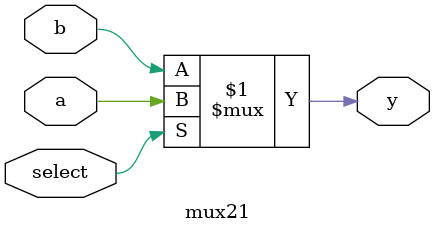
<source format=v>
module xorgate (
	input clk,    // Clock
	input rst,    // Asynchronous reset active low
	input a,
	input b,
	output reg y );

	wire  temp;
	wire  d;

always @(posedge clk or negedge rst) begin
	if (!rst) begin
		// reset
		y <= 0;
	end
	else begin
		y <= d;
	end
end

mux21 ins1(1'b0,1'b1,b,temp);
mux21 ins2(temp,b,a,d);

endmodule

module mux21 (
	input a,
	input b,
	input select,
	output wire y );

assign y=select?a:b;

endmodule

</source>
